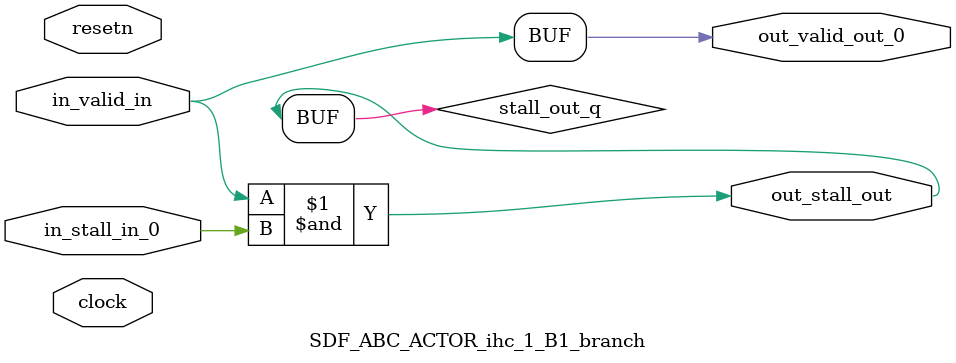
<source format=sv>



(* altera_attribute = "-name AUTO_SHIFT_REGISTER_RECOGNITION OFF; -name MESSAGE_DISABLE 10036; -name MESSAGE_DISABLE 10037; -name MESSAGE_DISABLE 14130; -name MESSAGE_DISABLE 14320; -name MESSAGE_DISABLE 15400; -name MESSAGE_DISABLE 14130; -name MESSAGE_DISABLE 10036; -name MESSAGE_DISABLE 12020; -name MESSAGE_DISABLE 12030; -name MESSAGE_DISABLE 12010; -name MESSAGE_DISABLE 12110; -name MESSAGE_DISABLE 14320; -name MESSAGE_DISABLE 13410; -name MESSAGE_DISABLE 113007; -name MESSAGE_DISABLE 10958" *)
module SDF_ABC_ACTOR_ihc_1_B1_branch (
    input wire [0:0] in_stall_in_0,
    input wire [0:0] in_valid_in,
    output wire [0:0] out_stall_out,
    output wire [0:0] out_valid_out_0,
    input wire clock,
    input wire resetn
    );

    wire [0:0] stall_out_q;


    // stall_out(LOGICAL,6)
    assign stall_out_q = in_valid_in & in_stall_in_0;

    // out_stall_out(GPOUT,4)
    assign out_stall_out = stall_out_q;

    // out_valid_out_0(GPOUT,5)
    assign out_valid_out_0 = in_valid_in;

endmodule

</source>
